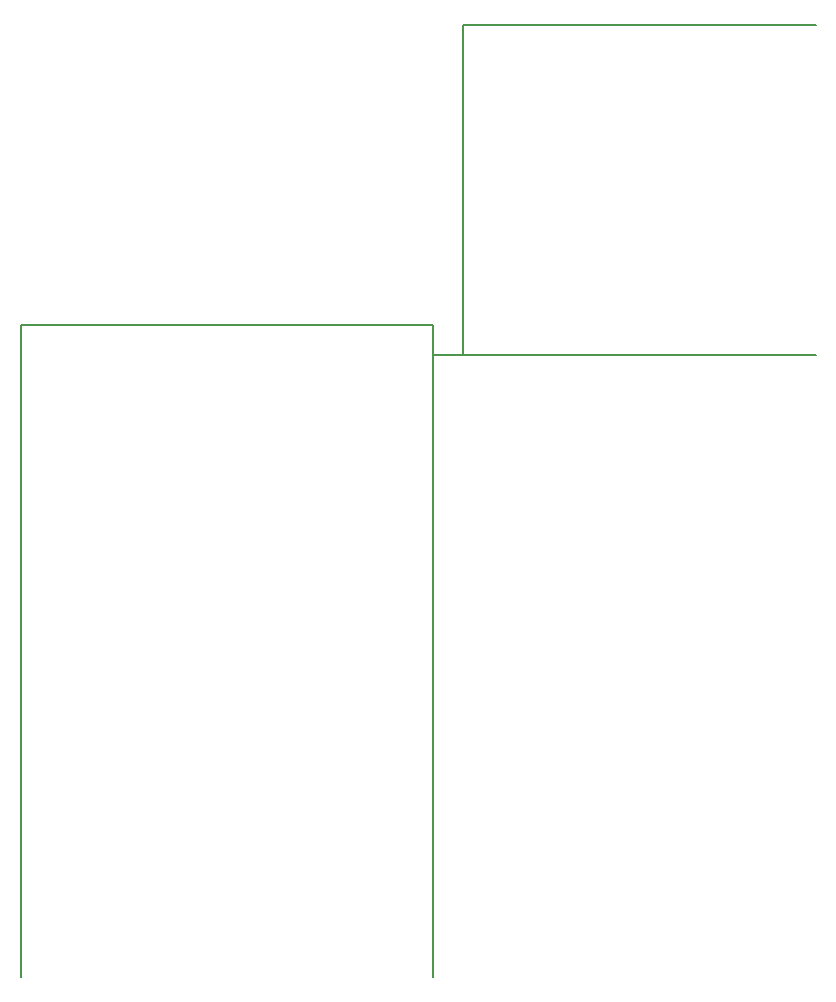
<source format=gbr>
%TF.GenerationSoftware,KiCad,Pcbnew,7.0.8*%
%TF.CreationDate,2023-11-04T22:50:26-04:00*%
%TF.ProjectId,G4_Controller_Board,47345f43-6f6e-4747-926f-6c6c65725f42,2.0*%
%TF.SameCoordinates,Original*%
%TF.FileFunction,Other,User*%
%FSLAX46Y46*%
G04 Gerber Fmt 4.6, Leading zero omitted, Abs format (unit mm)*
G04 Created by KiCad (PCBNEW 7.0.8) date 2023-11-04 22:50:26*
%MOMM*%
%LPD*%
G01*
G04 APERTURE LIST*
%ADD10C,0.150000*%
G04 APERTURE END LIST*
D10*
X93980000Y-99695000D02*
X93980000Y-152400000D01*
X96520000Y-99695000D02*
X126365000Y-99695000D01*
X96520000Y-71755000D02*
X126365000Y-71755000D01*
X96520000Y-99695000D02*
X96520000Y-71755000D01*
X93980000Y-99695000D02*
X96520000Y-99695000D01*
X93980000Y-97155000D02*
X93980000Y-99695000D01*
X59055000Y-97155000D02*
X93980000Y-97155000D01*
X59055000Y-152400000D02*
X59055000Y-97155000D01*
M02*

</source>
